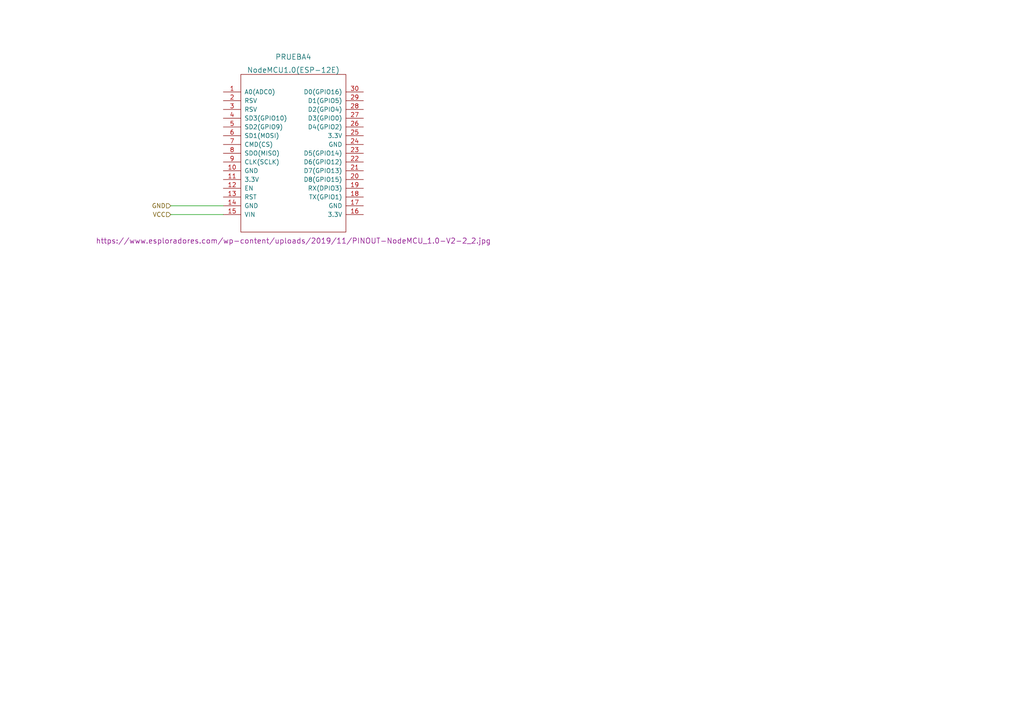
<source format=kicad_sch>
(kicad_sch (version 20211123) (generator eeschema)
  (paper "A4")
  (title_block (title "Testing de esquematicos") (date "2022-11-26") (rev "0.0.1") (company "Proyecto la Caja"))
  (lib_symbols
    (symbol "ESP8266:NodeMCU1.0(ESP-12E)" (pin_names (offset 1.016))
      (property "Reference" "U" (at 0 21.59 0))
      (property "Value" "NodeMCU1.0(ESP-12E)" (at 0 -21.59 0))
      (symbol "NodeMCU1.0(ESP-12E)_0_1"
        (rectangle (start -15.24 -22.86) (end 15.24 22.86))
      )
      (symbol "NodeMCU1.0(ESP-12E)_1_1"
        (pin input line (at -20.32 17.78 0) (length 5.08) (name "A0(ADC0)") (number "1"))
        (pin input line (at -20.32 -5.08 0) (length 5.08) (name "GND") (number "10"))
        (pin input line (at -20.32 -7.62 0) (length 5.08) (name "3.3V") (number "11"))
        (pin input line (at -20.32 -10.16 0) (length 5.08) (name "EN") (number "12"))
        (pin input line (at -20.32 -12.7 0) (length 5.08) (name "RST") (number "13"))
        (pin input line (at -20.32 -15.24 0) (length 5.08) (name "GND") (number "14"))
        (pin input line (at -20.32 -17.78 0) (length 5.08) (name "VIN") (number "15"))
        (pin input line (at 20.32 -17.78 180) (length 5.08) (name "3.3V") (number "16"))
        (pin input line (at 20.32 -15.24 180) (length 5.08) (name "GND") (number "17"))
        (pin input line (at 20.32 -12.7 180) (length 5.08) (name "TX(GPIO1)") (number "18"))
        (pin input line (at 20.32 -10.16 180) (length 5.08) (name "RX(DPIO3)") (number "19"))
        (pin input line (at -20.32 15.24 0) (length 5.08) (name "RSV") (number "2"))
        (pin input line (at 20.32 -7.62 180) (length 5.08) (name "D8(GPIO15)") (number "20"))
        (pin input line (at 20.32 -5.08 180) (length 5.08) (name "D7(GPIO13)") (number "21"))
        (pin input line (at 20.32 -2.54 180) (length 5.08) (name "D6(GPIO12)") (number "22"))
        (pin input line (at 20.32 0 180) (length 5.08) (name "D5(GPIO14)") (number "23"))
        (pin input line (at 20.32 2.54 180) (length 5.08) (name "GND") (number "24"))
        (pin input line (at 20.32 5.08 180) (length 5.08) (name "3.3V") (number "25"))
        (pin input line (at 20.32 7.62 180) (length 5.08) (name "D4(GPIO2)") (number "26"))
        (pin input line (at 20.32 10.16 180) (length 5.08) (name "D3(GPIO0)") (number "27"))
        (pin input line (at 20.32 12.7 180) (length 5.08) (name "D2(GPIO4)") (number "28"))
        (pin input line (at 20.32 15.24 180) (length 5.08) (name "D1(GPIO5)") (number "29"))
        (pin input line (at -20.32 12.7 0) (length 5.08) (name "RSV") (number "3"))
        (pin input line (at 20.32 17.78 180) (length 5.08) (name "D0(GPIO16)") (number "30"))
        (pin input line (at -20.32 10.16 0) (length 5.08) (name "SD3(GPIO10)") (number "4"))
        (pin input line (at -20.32 7.62 0) (length 5.08) (name "SD2(GPIO9)") (number "5"))
        (pin input line (at -20.32 5.08 0) (length 5.08) (name "SD1(MOSI)") (number "6"))
        (pin input line (at -20.32 2.54 0) (length 5.08) (name "CMD(CS)") (number "7"))
        (pin input line (at -20.32 0 0) (length 5.08) (name "SDO(MISO)") (number "8"))
        (pin input line (at -20.32 -2.54 0) (length 5.08) (name "CLK(SCLK)") (number "9"))
      )
    )
  )
  (wire (pts (xy 49.53 62.23) (xy 64.77 62.23)))
  (wire (pts (xy 49.53 59.69) (xy 64.77 59.69)))
  (hierarchical_label "GND" (shape input) (at 49.53 59.69 180))
  (hierarchical_label "VCC" (shape input) (at 49.53 62.23 180))
  (symbol (lib_id "ESP8266:NodeMCU1.0(ESP-12E)") (at 85.09 44.45 0) (unit 1)
    (property "Reference" "PRUEBA4" (at 85.09 16.51 0) (effects (font (size 1.524 1.524))))
    (property "Value" "NodeMCU1.0(ESP-12E)" (at 85.09 20.32 0) (effects (font (size 1.524 1.524))))
    (property "Datasheet" "https://www.esploradores.com/wp-content/uploads/2019/11/PINOUT-NodeMCU_1.0-V2-2_2.jpg" (at 85.09 69.85 0) (effects (font (size 1.524 1.524))))
    (property "Precio" "10€" (effects hide))
  )
)
</source>
